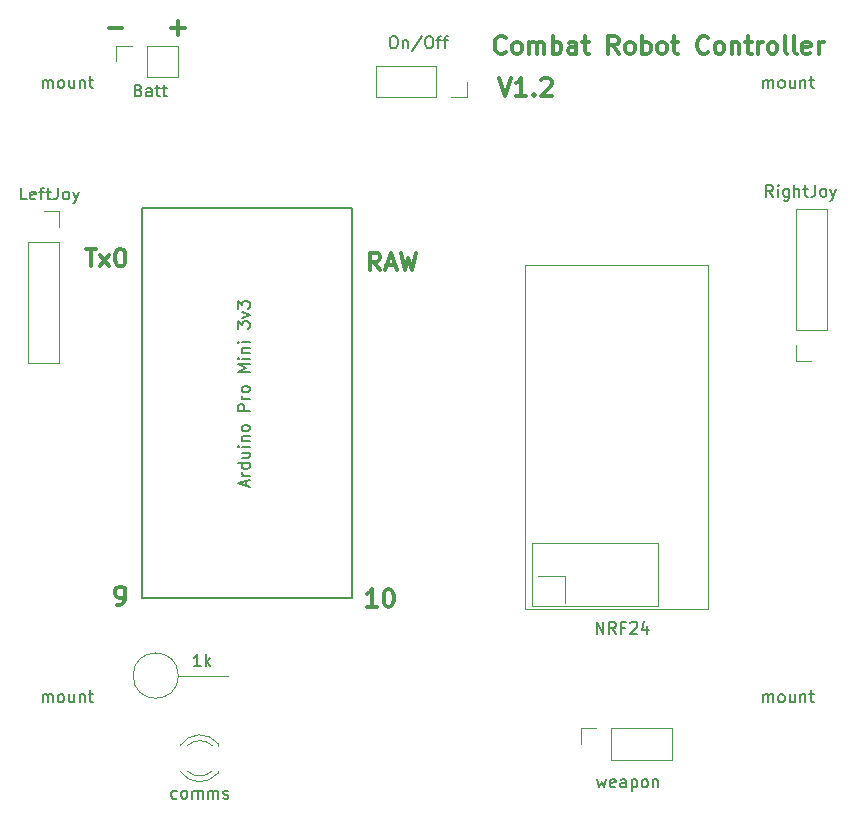
<source format=gbr>
G04 #@! TF.GenerationSoftware,KiCad,Pcbnew,5.1.9+dfsg1-1*
G04 #@! TF.CreationDate,2022-06-21T09:56:44-04:00*
G04 #@! TF.ProjectId,VS_robot_controller,56535f72-6f62-46f7-945f-636f6e74726f,rev?*
G04 #@! TF.SameCoordinates,Original*
G04 #@! TF.FileFunction,Legend,Top*
G04 #@! TF.FilePolarity,Positive*
%FSLAX46Y46*%
G04 Gerber Fmt 4.6, Leading zero omitted, Abs format (unit mm)*
G04 Created by KiCad (PCBNEW 5.1.9+dfsg1-1) date 2022-06-21 09:56:44*
%MOMM*%
%LPD*%
G01*
G04 APERTURE LIST*
%ADD10C,0.300000*%
%ADD11C,0.120000*%
%ADD12C,0.127000*%
%ADD13C,0.150000*%
G04 APERTURE END LIST*
D10*
X178535714Y-41157142D02*
X179678571Y-41157142D01*
X183821428Y-41157142D02*
X184964285Y-41157142D01*
X184392857Y-41728571D02*
X184392857Y-40585714D01*
X211582285Y-45406571D02*
X212082285Y-46906571D01*
X212582285Y-45406571D01*
X213868000Y-46906571D02*
X213010857Y-46906571D01*
X213439428Y-46906571D02*
X213439428Y-45406571D01*
X213296571Y-45620857D01*
X213153714Y-45763714D01*
X213010857Y-45835142D01*
X214510857Y-46763714D02*
X214582285Y-46835142D01*
X214510857Y-46906571D01*
X214439428Y-46835142D01*
X214510857Y-46763714D01*
X214510857Y-46906571D01*
X215153714Y-45549428D02*
X215225142Y-45478000D01*
X215368000Y-45406571D01*
X215725142Y-45406571D01*
X215868000Y-45478000D01*
X215939428Y-45549428D01*
X216010857Y-45692285D01*
X216010857Y-45835142D01*
X215939428Y-46049428D01*
X215082285Y-46906571D01*
X216010857Y-46906571D01*
X212115428Y-43207714D02*
X212044000Y-43279142D01*
X211829714Y-43350571D01*
X211686857Y-43350571D01*
X211472571Y-43279142D01*
X211329714Y-43136285D01*
X211258285Y-42993428D01*
X211186857Y-42707714D01*
X211186857Y-42493428D01*
X211258285Y-42207714D01*
X211329714Y-42064857D01*
X211472571Y-41922000D01*
X211686857Y-41850571D01*
X211829714Y-41850571D01*
X212044000Y-41922000D01*
X212115428Y-41993428D01*
X212972571Y-43350571D02*
X212829714Y-43279142D01*
X212758285Y-43207714D01*
X212686857Y-43064857D01*
X212686857Y-42636285D01*
X212758285Y-42493428D01*
X212829714Y-42422000D01*
X212972571Y-42350571D01*
X213186857Y-42350571D01*
X213329714Y-42422000D01*
X213401142Y-42493428D01*
X213472571Y-42636285D01*
X213472571Y-43064857D01*
X213401142Y-43207714D01*
X213329714Y-43279142D01*
X213186857Y-43350571D01*
X212972571Y-43350571D01*
X214115428Y-43350571D02*
X214115428Y-42350571D01*
X214115428Y-42493428D02*
X214186857Y-42422000D01*
X214329714Y-42350571D01*
X214544000Y-42350571D01*
X214686857Y-42422000D01*
X214758285Y-42564857D01*
X214758285Y-43350571D01*
X214758285Y-42564857D02*
X214829714Y-42422000D01*
X214972571Y-42350571D01*
X215186857Y-42350571D01*
X215329714Y-42422000D01*
X215401142Y-42564857D01*
X215401142Y-43350571D01*
X216115428Y-43350571D02*
X216115428Y-41850571D01*
X216115428Y-42422000D02*
X216258285Y-42350571D01*
X216544000Y-42350571D01*
X216686857Y-42422000D01*
X216758285Y-42493428D01*
X216829714Y-42636285D01*
X216829714Y-43064857D01*
X216758285Y-43207714D01*
X216686857Y-43279142D01*
X216544000Y-43350571D01*
X216258285Y-43350571D01*
X216115428Y-43279142D01*
X218115428Y-43350571D02*
X218115428Y-42564857D01*
X218044000Y-42422000D01*
X217901142Y-42350571D01*
X217615428Y-42350571D01*
X217472571Y-42422000D01*
X218115428Y-43279142D02*
X217972571Y-43350571D01*
X217615428Y-43350571D01*
X217472571Y-43279142D01*
X217401142Y-43136285D01*
X217401142Y-42993428D01*
X217472571Y-42850571D01*
X217615428Y-42779142D01*
X217972571Y-42779142D01*
X218115428Y-42707714D01*
X218615428Y-42350571D02*
X219186857Y-42350571D01*
X218829714Y-41850571D02*
X218829714Y-43136285D01*
X218901142Y-43279142D01*
X219044000Y-43350571D01*
X219186857Y-43350571D01*
X221686857Y-43350571D02*
X221186857Y-42636285D01*
X220829714Y-43350571D02*
X220829714Y-41850571D01*
X221401142Y-41850571D01*
X221544000Y-41922000D01*
X221615428Y-41993428D01*
X221686857Y-42136285D01*
X221686857Y-42350571D01*
X221615428Y-42493428D01*
X221544000Y-42564857D01*
X221401142Y-42636285D01*
X220829714Y-42636285D01*
X222544000Y-43350571D02*
X222401142Y-43279142D01*
X222329714Y-43207714D01*
X222258285Y-43064857D01*
X222258285Y-42636285D01*
X222329714Y-42493428D01*
X222401142Y-42422000D01*
X222544000Y-42350571D01*
X222758285Y-42350571D01*
X222901142Y-42422000D01*
X222972571Y-42493428D01*
X223044000Y-42636285D01*
X223044000Y-43064857D01*
X222972571Y-43207714D01*
X222901142Y-43279142D01*
X222758285Y-43350571D01*
X222544000Y-43350571D01*
X223686857Y-43350571D02*
X223686857Y-41850571D01*
X223686857Y-42422000D02*
X223829714Y-42350571D01*
X224115428Y-42350571D01*
X224258285Y-42422000D01*
X224329714Y-42493428D01*
X224401142Y-42636285D01*
X224401142Y-43064857D01*
X224329714Y-43207714D01*
X224258285Y-43279142D01*
X224115428Y-43350571D01*
X223829714Y-43350571D01*
X223686857Y-43279142D01*
X225258285Y-43350571D02*
X225115428Y-43279142D01*
X225044000Y-43207714D01*
X224972571Y-43064857D01*
X224972571Y-42636285D01*
X225044000Y-42493428D01*
X225115428Y-42422000D01*
X225258285Y-42350571D01*
X225472571Y-42350571D01*
X225615428Y-42422000D01*
X225686857Y-42493428D01*
X225758285Y-42636285D01*
X225758285Y-43064857D01*
X225686857Y-43207714D01*
X225615428Y-43279142D01*
X225472571Y-43350571D01*
X225258285Y-43350571D01*
X226186857Y-42350571D02*
X226758285Y-42350571D01*
X226401142Y-41850571D02*
X226401142Y-43136285D01*
X226472571Y-43279142D01*
X226615428Y-43350571D01*
X226758285Y-43350571D01*
X229258285Y-43207714D02*
X229186857Y-43279142D01*
X228972571Y-43350571D01*
X228829714Y-43350571D01*
X228615428Y-43279142D01*
X228472571Y-43136285D01*
X228401142Y-42993428D01*
X228329714Y-42707714D01*
X228329714Y-42493428D01*
X228401142Y-42207714D01*
X228472571Y-42064857D01*
X228615428Y-41922000D01*
X228829714Y-41850571D01*
X228972571Y-41850571D01*
X229186857Y-41922000D01*
X229258285Y-41993428D01*
X230115428Y-43350571D02*
X229972571Y-43279142D01*
X229901142Y-43207714D01*
X229829714Y-43064857D01*
X229829714Y-42636285D01*
X229901142Y-42493428D01*
X229972571Y-42422000D01*
X230115428Y-42350571D01*
X230329714Y-42350571D01*
X230472571Y-42422000D01*
X230544000Y-42493428D01*
X230615428Y-42636285D01*
X230615428Y-43064857D01*
X230544000Y-43207714D01*
X230472571Y-43279142D01*
X230329714Y-43350571D01*
X230115428Y-43350571D01*
X231258285Y-42350571D02*
X231258285Y-43350571D01*
X231258285Y-42493428D02*
X231329714Y-42422000D01*
X231472571Y-42350571D01*
X231686857Y-42350571D01*
X231829714Y-42422000D01*
X231901142Y-42564857D01*
X231901142Y-43350571D01*
X232401142Y-42350571D02*
X232972571Y-42350571D01*
X232615428Y-41850571D02*
X232615428Y-43136285D01*
X232686857Y-43279142D01*
X232829714Y-43350571D01*
X232972571Y-43350571D01*
X233472571Y-43350571D02*
X233472571Y-42350571D01*
X233472571Y-42636285D02*
X233544000Y-42493428D01*
X233615428Y-42422000D01*
X233758285Y-42350571D01*
X233901142Y-42350571D01*
X234615428Y-43350571D02*
X234472571Y-43279142D01*
X234401142Y-43207714D01*
X234329714Y-43064857D01*
X234329714Y-42636285D01*
X234401142Y-42493428D01*
X234472571Y-42422000D01*
X234615428Y-42350571D01*
X234829714Y-42350571D01*
X234972571Y-42422000D01*
X235044000Y-42493428D01*
X235115428Y-42636285D01*
X235115428Y-43064857D01*
X235044000Y-43207714D01*
X234972571Y-43279142D01*
X234829714Y-43350571D01*
X234615428Y-43350571D01*
X235972571Y-43350571D02*
X235829714Y-43279142D01*
X235758285Y-43136285D01*
X235758285Y-41850571D01*
X236758285Y-43350571D02*
X236615428Y-43279142D01*
X236544000Y-43136285D01*
X236544000Y-41850571D01*
X237901142Y-43279142D02*
X237758285Y-43350571D01*
X237472571Y-43350571D01*
X237329714Y-43279142D01*
X237258285Y-43136285D01*
X237258285Y-42564857D01*
X237329714Y-42422000D01*
X237472571Y-42350571D01*
X237758285Y-42350571D01*
X237901142Y-42422000D01*
X237972571Y-42564857D01*
X237972571Y-42707714D01*
X237258285Y-42850571D01*
X238615428Y-43350571D02*
X238615428Y-42350571D01*
X238615428Y-42636285D02*
X238686857Y-42493428D01*
X238758285Y-42422000D01*
X238901142Y-42350571D01*
X239044000Y-42350571D01*
X176575000Y-59853571D02*
X177432142Y-59853571D01*
X177003571Y-61353571D02*
X177003571Y-59853571D01*
X177789285Y-61353571D02*
X178575000Y-60353571D01*
X177789285Y-60353571D02*
X178575000Y-61353571D01*
X179432142Y-59853571D02*
X179575000Y-59853571D01*
X179717857Y-59925000D01*
X179789285Y-59996428D01*
X179860714Y-60139285D01*
X179932142Y-60425000D01*
X179932142Y-60782142D01*
X179860714Y-61067857D01*
X179789285Y-61210714D01*
X179717857Y-61282142D01*
X179575000Y-61353571D01*
X179432142Y-61353571D01*
X179289285Y-61282142D01*
X179217857Y-61210714D01*
X179146428Y-61067857D01*
X179075000Y-60782142D01*
X179075000Y-60425000D01*
X179146428Y-60139285D01*
X179217857Y-59996428D01*
X179289285Y-59925000D01*
X179432142Y-59853571D01*
X179214285Y-89978571D02*
X179500000Y-89978571D01*
X179642857Y-89907142D01*
X179714285Y-89835714D01*
X179857142Y-89621428D01*
X179928571Y-89335714D01*
X179928571Y-88764285D01*
X179857142Y-88621428D01*
X179785714Y-88550000D01*
X179642857Y-88478571D01*
X179357142Y-88478571D01*
X179214285Y-88550000D01*
X179142857Y-88621428D01*
X179071428Y-88764285D01*
X179071428Y-89121428D01*
X179142857Y-89264285D01*
X179214285Y-89335714D01*
X179357142Y-89407142D01*
X179642857Y-89407142D01*
X179785714Y-89335714D01*
X179857142Y-89264285D01*
X179928571Y-89121428D01*
X201214285Y-90178571D02*
X200357142Y-90178571D01*
X200785714Y-90178571D02*
X200785714Y-88678571D01*
X200642857Y-88892857D01*
X200500000Y-89035714D01*
X200357142Y-89107142D01*
X202142857Y-88678571D02*
X202285714Y-88678571D01*
X202428571Y-88750000D01*
X202500000Y-88821428D01*
X202571428Y-88964285D01*
X202642857Y-89250000D01*
X202642857Y-89607142D01*
X202571428Y-89892857D01*
X202500000Y-90035714D01*
X202428571Y-90107142D01*
X202285714Y-90178571D01*
X202142857Y-90178571D01*
X202000000Y-90107142D01*
X201928571Y-90035714D01*
X201857142Y-89892857D01*
X201785714Y-89607142D01*
X201785714Y-89250000D01*
X201857142Y-88964285D01*
X201928571Y-88821428D01*
X202000000Y-88750000D01*
X202142857Y-88678571D01*
X201464285Y-61678571D02*
X200964285Y-60964285D01*
X200607142Y-61678571D02*
X200607142Y-60178571D01*
X201178571Y-60178571D01*
X201321428Y-60250000D01*
X201392857Y-60321428D01*
X201464285Y-60464285D01*
X201464285Y-60678571D01*
X201392857Y-60821428D01*
X201321428Y-60892857D01*
X201178571Y-60964285D01*
X200607142Y-60964285D01*
X202035714Y-61250000D02*
X202750000Y-61250000D01*
X201892857Y-61678571D02*
X202392857Y-60178571D01*
X202892857Y-61678571D01*
X203250000Y-60178571D02*
X203607142Y-61678571D01*
X203892857Y-60607142D01*
X204178571Y-61678571D01*
X204535714Y-60178571D01*
D11*
X214376000Y-90070000D02*
X214376000Y-84736000D01*
X214376000Y-84736000D02*
X225044000Y-84736000D01*
X225044000Y-84736000D02*
X225044000Y-90070000D01*
X225044000Y-90070000D02*
X225044000Y-90070000D01*
X214884000Y-87530000D02*
X217170000Y-87530000D01*
X217170000Y-87530000D02*
X217170000Y-89816000D01*
X217170000Y-89816000D02*
X217170000Y-89816000D01*
X213800000Y-90400000D02*
X213800000Y-61200000D01*
X213800000Y-61200000D02*
X229250000Y-61200000D01*
X229250000Y-61200000D02*
X229250000Y-90400000D01*
X229250000Y-90400000D02*
X213800000Y-90400000D01*
X213800000Y-90400000D02*
X213800000Y-90400000D01*
X225044000Y-90070000D02*
X214376000Y-90070000D01*
X214376000Y-90070000D02*
X214376000Y-90070000D01*
X238000000Y-69330000D02*
X236670000Y-69330000D01*
X236670000Y-69330000D02*
X236670000Y-68000000D01*
X236670000Y-66730000D02*
X236670000Y-56510000D01*
X239330000Y-56510000D02*
X236670000Y-56510000D01*
X239330000Y-66730000D02*
X239330000Y-56510000D01*
X239330000Y-66730000D02*
X236670000Y-66730000D01*
X187790000Y-104236000D02*
X187790000Y-104080000D01*
X187790000Y-101920000D02*
X187790000Y-101764000D01*
X184557665Y-104078608D02*
G75*
G03*
X187790000Y-104235516I1672335J1078608D01*
G01*
X184557665Y-101921392D02*
G75*
G02*
X187790000Y-101764484I1672335J-1078608D01*
G01*
X185188870Y-104079837D02*
G75*
G03*
X187270961Y-104080000I1041130J1079837D01*
G01*
X185188870Y-101920163D02*
G75*
G02*
X187270961Y-101920000I1041130J-1079837D01*
G01*
X171670000Y-59270000D02*
X174330000Y-59270000D01*
X171670000Y-59270000D02*
X171670000Y-69490000D01*
X171670000Y-69490000D02*
X174330000Y-69490000D01*
X174330000Y-59270000D02*
X174330000Y-69490000D01*
X174330000Y-56670000D02*
X174330000Y-58000000D01*
X173000000Y-56670000D02*
X174330000Y-56670000D01*
X184420000Y-96000000D02*
G75*
G03*
X184420000Y-96000000I-1920000J0D01*
G01*
X184420000Y-96000000D02*
X188620000Y-96000000D01*
X206248000Y-44390000D02*
X206248000Y-47050000D01*
X206248000Y-44390000D02*
X201108000Y-44390000D01*
X201108000Y-44390000D02*
X201108000Y-47050000D01*
X206248000Y-47050000D02*
X201108000Y-47050000D01*
X208848000Y-47050000D02*
X207518000Y-47050000D01*
X208848000Y-45720000D02*
X208848000Y-47050000D01*
X218470000Y-101800000D02*
X218470000Y-100470000D01*
X218470000Y-100470000D02*
X219800000Y-100470000D01*
X221070000Y-100470000D02*
X226210000Y-100470000D01*
X226210000Y-103130000D02*
X226210000Y-100470000D01*
X221070000Y-103130000D02*
X226210000Y-103130000D01*
X221070000Y-103130000D02*
X221070000Y-100470000D01*
X181770000Y-45330000D02*
X181770000Y-42670000D01*
X181770000Y-45330000D02*
X184370000Y-45330000D01*
X184370000Y-45330000D02*
X184370000Y-42670000D01*
X181770000Y-42670000D02*
X184370000Y-42670000D01*
X179170000Y-42670000D02*
X180500000Y-42670000D01*
X179170000Y-44000000D02*
X179170000Y-42670000D01*
D12*
X181356000Y-56388000D02*
X181356000Y-89408000D01*
X181356000Y-89408000D02*
X199136000Y-89408000D01*
X199136000Y-89408000D02*
X199136000Y-56388000D01*
X199136000Y-56388000D02*
X181356000Y-56388000D01*
D13*
X233928571Y-46252380D02*
X233928571Y-45585714D01*
X233928571Y-45680952D02*
X233976190Y-45633333D01*
X234071428Y-45585714D01*
X234214285Y-45585714D01*
X234309523Y-45633333D01*
X234357142Y-45728571D01*
X234357142Y-46252380D01*
X234357142Y-45728571D02*
X234404761Y-45633333D01*
X234500000Y-45585714D01*
X234642857Y-45585714D01*
X234738095Y-45633333D01*
X234785714Y-45728571D01*
X234785714Y-46252380D01*
X235404761Y-46252380D02*
X235309523Y-46204761D01*
X235261904Y-46157142D01*
X235214285Y-46061904D01*
X235214285Y-45776190D01*
X235261904Y-45680952D01*
X235309523Y-45633333D01*
X235404761Y-45585714D01*
X235547619Y-45585714D01*
X235642857Y-45633333D01*
X235690476Y-45680952D01*
X235738095Y-45776190D01*
X235738095Y-46061904D01*
X235690476Y-46157142D01*
X235642857Y-46204761D01*
X235547619Y-46252380D01*
X235404761Y-46252380D01*
X236595238Y-45585714D02*
X236595238Y-46252380D01*
X236166666Y-45585714D02*
X236166666Y-46109523D01*
X236214285Y-46204761D01*
X236309523Y-46252380D01*
X236452380Y-46252380D01*
X236547619Y-46204761D01*
X236595238Y-46157142D01*
X237071428Y-45585714D02*
X237071428Y-46252380D01*
X237071428Y-45680952D02*
X237119047Y-45633333D01*
X237214285Y-45585714D01*
X237357142Y-45585714D01*
X237452380Y-45633333D01*
X237500000Y-45728571D01*
X237500000Y-46252380D01*
X237833333Y-45585714D02*
X238214285Y-45585714D01*
X237976190Y-45252380D02*
X237976190Y-46109523D01*
X238023809Y-46204761D01*
X238119047Y-46252380D01*
X238214285Y-46252380D01*
X172928571Y-46252380D02*
X172928571Y-45585714D01*
X172928571Y-45680952D02*
X172976190Y-45633333D01*
X173071428Y-45585714D01*
X173214285Y-45585714D01*
X173309523Y-45633333D01*
X173357142Y-45728571D01*
X173357142Y-46252380D01*
X173357142Y-45728571D02*
X173404761Y-45633333D01*
X173500000Y-45585714D01*
X173642857Y-45585714D01*
X173738095Y-45633333D01*
X173785714Y-45728571D01*
X173785714Y-46252380D01*
X174404761Y-46252380D02*
X174309523Y-46204761D01*
X174261904Y-46157142D01*
X174214285Y-46061904D01*
X174214285Y-45776190D01*
X174261904Y-45680952D01*
X174309523Y-45633333D01*
X174404761Y-45585714D01*
X174547619Y-45585714D01*
X174642857Y-45633333D01*
X174690476Y-45680952D01*
X174738095Y-45776190D01*
X174738095Y-46061904D01*
X174690476Y-46157142D01*
X174642857Y-46204761D01*
X174547619Y-46252380D01*
X174404761Y-46252380D01*
X175595238Y-45585714D02*
X175595238Y-46252380D01*
X175166666Y-45585714D02*
X175166666Y-46109523D01*
X175214285Y-46204761D01*
X175309523Y-46252380D01*
X175452380Y-46252380D01*
X175547619Y-46204761D01*
X175595238Y-46157142D01*
X176071428Y-45585714D02*
X176071428Y-46252380D01*
X176071428Y-45680952D02*
X176119047Y-45633333D01*
X176214285Y-45585714D01*
X176357142Y-45585714D01*
X176452380Y-45633333D01*
X176500000Y-45728571D01*
X176500000Y-46252380D01*
X176833333Y-45585714D02*
X177214285Y-45585714D01*
X176976190Y-45252380D02*
X176976190Y-46109523D01*
X177023809Y-46204761D01*
X177119047Y-46252380D01*
X177214285Y-46252380D01*
X172928571Y-98252380D02*
X172928571Y-97585714D01*
X172928571Y-97680952D02*
X172976190Y-97633333D01*
X173071428Y-97585714D01*
X173214285Y-97585714D01*
X173309523Y-97633333D01*
X173357142Y-97728571D01*
X173357142Y-98252380D01*
X173357142Y-97728571D02*
X173404761Y-97633333D01*
X173500000Y-97585714D01*
X173642857Y-97585714D01*
X173738095Y-97633333D01*
X173785714Y-97728571D01*
X173785714Y-98252380D01*
X174404761Y-98252380D02*
X174309523Y-98204761D01*
X174261904Y-98157142D01*
X174214285Y-98061904D01*
X174214285Y-97776190D01*
X174261904Y-97680952D01*
X174309523Y-97633333D01*
X174404761Y-97585714D01*
X174547619Y-97585714D01*
X174642857Y-97633333D01*
X174690476Y-97680952D01*
X174738095Y-97776190D01*
X174738095Y-98061904D01*
X174690476Y-98157142D01*
X174642857Y-98204761D01*
X174547619Y-98252380D01*
X174404761Y-98252380D01*
X175595238Y-97585714D02*
X175595238Y-98252380D01*
X175166666Y-97585714D02*
X175166666Y-98109523D01*
X175214285Y-98204761D01*
X175309523Y-98252380D01*
X175452380Y-98252380D01*
X175547619Y-98204761D01*
X175595238Y-98157142D01*
X176071428Y-97585714D02*
X176071428Y-98252380D01*
X176071428Y-97680952D02*
X176119047Y-97633333D01*
X176214285Y-97585714D01*
X176357142Y-97585714D01*
X176452380Y-97633333D01*
X176500000Y-97728571D01*
X176500000Y-98252380D01*
X176833333Y-97585714D02*
X177214285Y-97585714D01*
X176976190Y-97252380D02*
X176976190Y-98109523D01*
X177023809Y-98204761D01*
X177119047Y-98252380D01*
X177214285Y-98252380D01*
X233928571Y-98252380D02*
X233928571Y-97585714D01*
X233928571Y-97680952D02*
X233976190Y-97633333D01*
X234071428Y-97585714D01*
X234214285Y-97585714D01*
X234309523Y-97633333D01*
X234357142Y-97728571D01*
X234357142Y-98252380D01*
X234357142Y-97728571D02*
X234404761Y-97633333D01*
X234500000Y-97585714D01*
X234642857Y-97585714D01*
X234738095Y-97633333D01*
X234785714Y-97728571D01*
X234785714Y-98252380D01*
X235404761Y-98252380D02*
X235309523Y-98204761D01*
X235261904Y-98157142D01*
X235214285Y-98061904D01*
X235214285Y-97776190D01*
X235261904Y-97680952D01*
X235309523Y-97633333D01*
X235404761Y-97585714D01*
X235547619Y-97585714D01*
X235642857Y-97633333D01*
X235690476Y-97680952D01*
X235738095Y-97776190D01*
X235738095Y-98061904D01*
X235690476Y-98157142D01*
X235642857Y-98204761D01*
X235547619Y-98252380D01*
X235404761Y-98252380D01*
X236595238Y-97585714D02*
X236595238Y-98252380D01*
X236166666Y-97585714D02*
X236166666Y-98109523D01*
X236214285Y-98204761D01*
X236309523Y-98252380D01*
X236452380Y-98252380D01*
X236547619Y-98204761D01*
X236595238Y-98157142D01*
X237071428Y-97585714D02*
X237071428Y-98252380D01*
X237071428Y-97680952D02*
X237119047Y-97633333D01*
X237214285Y-97585714D01*
X237357142Y-97585714D01*
X237452380Y-97633333D01*
X237500000Y-97728571D01*
X237500000Y-98252380D01*
X237833333Y-97585714D02*
X238214285Y-97585714D01*
X237976190Y-97252380D02*
X237976190Y-98109523D01*
X238023809Y-98204761D01*
X238119047Y-98252380D01*
X238214285Y-98252380D01*
X219833333Y-92452380D02*
X219833333Y-91452380D01*
X220404761Y-92452380D01*
X220404761Y-91452380D01*
X221452380Y-92452380D02*
X221119047Y-91976190D01*
X220880952Y-92452380D02*
X220880952Y-91452380D01*
X221261904Y-91452380D01*
X221357142Y-91500000D01*
X221404761Y-91547619D01*
X221452380Y-91642857D01*
X221452380Y-91785714D01*
X221404761Y-91880952D01*
X221357142Y-91928571D01*
X221261904Y-91976190D01*
X220880952Y-91976190D01*
X222214285Y-91928571D02*
X221880952Y-91928571D01*
X221880952Y-92452380D02*
X221880952Y-91452380D01*
X222357142Y-91452380D01*
X222690476Y-91547619D02*
X222738095Y-91500000D01*
X222833333Y-91452380D01*
X223071428Y-91452380D01*
X223166666Y-91500000D01*
X223214285Y-91547619D01*
X223261904Y-91642857D01*
X223261904Y-91738095D01*
X223214285Y-91880952D01*
X222642857Y-92452380D01*
X223261904Y-92452380D01*
X224119047Y-91785714D02*
X224119047Y-92452380D01*
X223880952Y-91404761D02*
X223642857Y-92119047D01*
X224261904Y-92119047D01*
X234766666Y-55452380D02*
X234433333Y-54976190D01*
X234195238Y-55452380D02*
X234195238Y-54452380D01*
X234576190Y-54452380D01*
X234671428Y-54500000D01*
X234719047Y-54547619D01*
X234766666Y-54642857D01*
X234766666Y-54785714D01*
X234719047Y-54880952D01*
X234671428Y-54928571D01*
X234576190Y-54976190D01*
X234195238Y-54976190D01*
X235195238Y-55452380D02*
X235195238Y-54785714D01*
X235195238Y-54452380D02*
X235147619Y-54500000D01*
X235195238Y-54547619D01*
X235242857Y-54500000D01*
X235195238Y-54452380D01*
X235195238Y-54547619D01*
X236100000Y-54785714D02*
X236100000Y-55595238D01*
X236052380Y-55690476D01*
X236004761Y-55738095D01*
X235909523Y-55785714D01*
X235766666Y-55785714D01*
X235671428Y-55738095D01*
X236100000Y-55404761D02*
X236004761Y-55452380D01*
X235814285Y-55452380D01*
X235719047Y-55404761D01*
X235671428Y-55357142D01*
X235623809Y-55261904D01*
X235623809Y-54976190D01*
X235671428Y-54880952D01*
X235719047Y-54833333D01*
X235814285Y-54785714D01*
X236004761Y-54785714D01*
X236100000Y-54833333D01*
X236576190Y-55452380D02*
X236576190Y-54452380D01*
X237004761Y-55452380D02*
X237004761Y-54928571D01*
X236957142Y-54833333D01*
X236861904Y-54785714D01*
X236719047Y-54785714D01*
X236623809Y-54833333D01*
X236576190Y-54880952D01*
X237338095Y-54785714D02*
X237719047Y-54785714D01*
X237480952Y-54452380D02*
X237480952Y-55309523D01*
X237528571Y-55404761D01*
X237623809Y-55452380D01*
X237719047Y-55452380D01*
X238338095Y-54452380D02*
X238338095Y-55166666D01*
X238290476Y-55309523D01*
X238195238Y-55404761D01*
X238052380Y-55452380D01*
X237957142Y-55452380D01*
X238957142Y-55452380D02*
X238861904Y-55404761D01*
X238814285Y-55357142D01*
X238766666Y-55261904D01*
X238766666Y-54976190D01*
X238814285Y-54880952D01*
X238861904Y-54833333D01*
X238957142Y-54785714D01*
X239100000Y-54785714D01*
X239195238Y-54833333D01*
X239242857Y-54880952D01*
X239290476Y-54976190D01*
X239290476Y-55261904D01*
X239242857Y-55357142D01*
X239195238Y-55404761D01*
X239100000Y-55452380D01*
X238957142Y-55452380D01*
X239623809Y-54785714D02*
X239861904Y-55452380D01*
X240100000Y-54785714D02*
X239861904Y-55452380D01*
X239766666Y-55690476D01*
X239719047Y-55738095D01*
X239623809Y-55785714D01*
X184277619Y-106364761D02*
X184182380Y-106412380D01*
X183991904Y-106412380D01*
X183896666Y-106364761D01*
X183849047Y-106317142D01*
X183801428Y-106221904D01*
X183801428Y-105936190D01*
X183849047Y-105840952D01*
X183896666Y-105793333D01*
X183991904Y-105745714D01*
X184182380Y-105745714D01*
X184277619Y-105793333D01*
X184849047Y-106412380D02*
X184753809Y-106364761D01*
X184706190Y-106317142D01*
X184658571Y-106221904D01*
X184658571Y-105936190D01*
X184706190Y-105840952D01*
X184753809Y-105793333D01*
X184849047Y-105745714D01*
X184991904Y-105745714D01*
X185087142Y-105793333D01*
X185134761Y-105840952D01*
X185182380Y-105936190D01*
X185182380Y-106221904D01*
X185134761Y-106317142D01*
X185087142Y-106364761D01*
X184991904Y-106412380D01*
X184849047Y-106412380D01*
X185610952Y-106412380D02*
X185610952Y-105745714D01*
X185610952Y-105840952D02*
X185658571Y-105793333D01*
X185753809Y-105745714D01*
X185896666Y-105745714D01*
X185991904Y-105793333D01*
X186039523Y-105888571D01*
X186039523Y-106412380D01*
X186039523Y-105888571D02*
X186087142Y-105793333D01*
X186182380Y-105745714D01*
X186325238Y-105745714D01*
X186420476Y-105793333D01*
X186468095Y-105888571D01*
X186468095Y-106412380D01*
X186944285Y-106412380D02*
X186944285Y-105745714D01*
X186944285Y-105840952D02*
X186991904Y-105793333D01*
X187087142Y-105745714D01*
X187230000Y-105745714D01*
X187325238Y-105793333D01*
X187372857Y-105888571D01*
X187372857Y-106412380D01*
X187372857Y-105888571D02*
X187420476Y-105793333D01*
X187515714Y-105745714D01*
X187658571Y-105745714D01*
X187753809Y-105793333D01*
X187801428Y-105888571D01*
X187801428Y-106412380D01*
X188230000Y-106364761D02*
X188325238Y-106412380D01*
X188515714Y-106412380D01*
X188610952Y-106364761D01*
X188658571Y-106269523D01*
X188658571Y-106221904D01*
X188610952Y-106126666D01*
X188515714Y-106079047D01*
X188372857Y-106079047D01*
X188277619Y-106031428D01*
X188230000Y-105936190D01*
X188230000Y-105888571D01*
X188277619Y-105793333D01*
X188372857Y-105745714D01*
X188515714Y-105745714D01*
X188610952Y-105793333D01*
X171595238Y-55682380D02*
X171119047Y-55682380D01*
X171119047Y-54682380D01*
X172309523Y-55634761D02*
X172214285Y-55682380D01*
X172023809Y-55682380D01*
X171928571Y-55634761D01*
X171880952Y-55539523D01*
X171880952Y-55158571D01*
X171928571Y-55063333D01*
X172023809Y-55015714D01*
X172214285Y-55015714D01*
X172309523Y-55063333D01*
X172357142Y-55158571D01*
X172357142Y-55253809D01*
X171880952Y-55349047D01*
X172642857Y-55015714D02*
X173023809Y-55015714D01*
X172785714Y-55682380D02*
X172785714Y-54825238D01*
X172833333Y-54730000D01*
X172928571Y-54682380D01*
X173023809Y-54682380D01*
X173214285Y-55015714D02*
X173595238Y-55015714D01*
X173357142Y-54682380D02*
X173357142Y-55539523D01*
X173404761Y-55634761D01*
X173500000Y-55682380D01*
X173595238Y-55682380D01*
X174214285Y-54682380D02*
X174214285Y-55396666D01*
X174166666Y-55539523D01*
X174071428Y-55634761D01*
X173928571Y-55682380D01*
X173833333Y-55682380D01*
X174833333Y-55682380D02*
X174738095Y-55634761D01*
X174690476Y-55587142D01*
X174642857Y-55491904D01*
X174642857Y-55206190D01*
X174690476Y-55110952D01*
X174738095Y-55063333D01*
X174833333Y-55015714D01*
X174976190Y-55015714D01*
X175071428Y-55063333D01*
X175119047Y-55110952D01*
X175166666Y-55206190D01*
X175166666Y-55491904D01*
X175119047Y-55587142D01*
X175071428Y-55634761D01*
X174976190Y-55682380D01*
X174833333Y-55682380D01*
X175500000Y-55015714D02*
X175738095Y-55682380D01*
X175976190Y-55015714D02*
X175738095Y-55682380D01*
X175642857Y-55920476D01*
X175595238Y-55968095D01*
X175500000Y-56015714D01*
X186316952Y-95194380D02*
X185745523Y-95194380D01*
X186031238Y-95194380D02*
X186031238Y-94194380D01*
X185936000Y-94337238D01*
X185840761Y-94432476D01*
X185745523Y-94480095D01*
X186745523Y-95194380D02*
X186745523Y-94194380D01*
X186840761Y-94813428D02*
X187126476Y-95194380D01*
X187126476Y-94527714D02*
X186745523Y-94908666D01*
X202557333Y-41870380D02*
X202747809Y-41870380D01*
X202843047Y-41918000D01*
X202938285Y-42013238D01*
X202985904Y-42203714D01*
X202985904Y-42537047D01*
X202938285Y-42727523D01*
X202843047Y-42822761D01*
X202747809Y-42870380D01*
X202557333Y-42870380D01*
X202462095Y-42822761D01*
X202366857Y-42727523D01*
X202319238Y-42537047D01*
X202319238Y-42203714D01*
X202366857Y-42013238D01*
X202462095Y-41918000D01*
X202557333Y-41870380D01*
X203414476Y-42203714D02*
X203414476Y-42870380D01*
X203414476Y-42298952D02*
X203462095Y-42251333D01*
X203557333Y-42203714D01*
X203700190Y-42203714D01*
X203795428Y-42251333D01*
X203843047Y-42346571D01*
X203843047Y-42870380D01*
X205033523Y-41822761D02*
X204176380Y-43108476D01*
X205557333Y-41870380D02*
X205747809Y-41870380D01*
X205843047Y-41918000D01*
X205938285Y-42013238D01*
X205985904Y-42203714D01*
X205985904Y-42537047D01*
X205938285Y-42727523D01*
X205843047Y-42822761D01*
X205747809Y-42870380D01*
X205557333Y-42870380D01*
X205462095Y-42822761D01*
X205366857Y-42727523D01*
X205319238Y-42537047D01*
X205319238Y-42203714D01*
X205366857Y-42013238D01*
X205462095Y-41918000D01*
X205557333Y-41870380D01*
X206271619Y-42203714D02*
X206652571Y-42203714D01*
X206414476Y-42870380D02*
X206414476Y-42013238D01*
X206462095Y-41918000D01*
X206557333Y-41870380D01*
X206652571Y-41870380D01*
X206843047Y-42203714D02*
X207224000Y-42203714D01*
X206985904Y-42870380D02*
X206985904Y-42013238D01*
X207033523Y-41918000D01*
X207128761Y-41870380D01*
X207224000Y-41870380D01*
X219880952Y-104785714D02*
X220071428Y-105452380D01*
X220261904Y-104976190D01*
X220452380Y-105452380D01*
X220642857Y-104785714D01*
X221404761Y-105404761D02*
X221309523Y-105452380D01*
X221119047Y-105452380D01*
X221023809Y-105404761D01*
X220976190Y-105309523D01*
X220976190Y-104928571D01*
X221023809Y-104833333D01*
X221119047Y-104785714D01*
X221309523Y-104785714D01*
X221404761Y-104833333D01*
X221452380Y-104928571D01*
X221452380Y-105023809D01*
X220976190Y-105119047D01*
X222309523Y-105452380D02*
X222309523Y-104928571D01*
X222261904Y-104833333D01*
X222166666Y-104785714D01*
X221976190Y-104785714D01*
X221880952Y-104833333D01*
X222309523Y-105404761D02*
X222214285Y-105452380D01*
X221976190Y-105452380D01*
X221880952Y-105404761D01*
X221833333Y-105309523D01*
X221833333Y-105214285D01*
X221880952Y-105119047D01*
X221976190Y-105071428D01*
X222214285Y-105071428D01*
X222309523Y-105023809D01*
X222785714Y-104785714D02*
X222785714Y-105785714D01*
X222785714Y-104833333D02*
X222880952Y-104785714D01*
X223071428Y-104785714D01*
X223166666Y-104833333D01*
X223214285Y-104880952D01*
X223261904Y-104976190D01*
X223261904Y-105261904D01*
X223214285Y-105357142D01*
X223166666Y-105404761D01*
X223071428Y-105452380D01*
X222880952Y-105452380D01*
X222785714Y-105404761D01*
X223833333Y-105452380D02*
X223738095Y-105404761D01*
X223690476Y-105357142D01*
X223642857Y-105261904D01*
X223642857Y-104976190D01*
X223690476Y-104880952D01*
X223738095Y-104833333D01*
X223833333Y-104785714D01*
X223976190Y-104785714D01*
X224071428Y-104833333D01*
X224119047Y-104880952D01*
X224166666Y-104976190D01*
X224166666Y-105261904D01*
X224119047Y-105357142D01*
X224071428Y-105404761D01*
X223976190Y-105452380D01*
X223833333Y-105452380D01*
X224595238Y-104785714D02*
X224595238Y-105452380D01*
X224595238Y-104880952D02*
X224642857Y-104833333D01*
X224738095Y-104785714D01*
X224880952Y-104785714D01*
X224976190Y-104833333D01*
X225023809Y-104928571D01*
X225023809Y-105452380D01*
X181047619Y-46428571D02*
X181190476Y-46476190D01*
X181238095Y-46523809D01*
X181285714Y-46619047D01*
X181285714Y-46761904D01*
X181238095Y-46857142D01*
X181190476Y-46904761D01*
X181095238Y-46952380D01*
X180714285Y-46952380D01*
X180714285Y-45952380D01*
X181047619Y-45952380D01*
X181142857Y-46000000D01*
X181190476Y-46047619D01*
X181238095Y-46142857D01*
X181238095Y-46238095D01*
X181190476Y-46333333D01*
X181142857Y-46380952D01*
X181047619Y-46428571D01*
X180714285Y-46428571D01*
X182142857Y-46952380D02*
X182142857Y-46428571D01*
X182095238Y-46333333D01*
X182000000Y-46285714D01*
X181809523Y-46285714D01*
X181714285Y-46333333D01*
X182142857Y-46904761D02*
X182047619Y-46952380D01*
X181809523Y-46952380D01*
X181714285Y-46904761D01*
X181666666Y-46809523D01*
X181666666Y-46714285D01*
X181714285Y-46619047D01*
X181809523Y-46571428D01*
X182047619Y-46571428D01*
X182142857Y-46523809D01*
X182476190Y-46285714D02*
X182857142Y-46285714D01*
X182619047Y-45952380D02*
X182619047Y-46809523D01*
X182666666Y-46904761D01*
X182761904Y-46952380D01*
X182857142Y-46952380D01*
X183047619Y-46285714D02*
X183428571Y-46285714D01*
X183190476Y-45952380D02*
X183190476Y-46809523D01*
X183238095Y-46904761D01*
X183333333Y-46952380D01*
X183428571Y-46952380D01*
X190158666Y-79969333D02*
X190158666Y-79493142D01*
X190444380Y-80064571D02*
X189444380Y-79731238D01*
X190444380Y-79397904D01*
X190444380Y-79064571D02*
X189777714Y-79064571D01*
X189968190Y-79064571D02*
X189872952Y-79016952D01*
X189825333Y-78969333D01*
X189777714Y-78874095D01*
X189777714Y-78778857D01*
X190444380Y-78016952D02*
X189444380Y-78016952D01*
X190396761Y-78016952D02*
X190444380Y-78112190D01*
X190444380Y-78302666D01*
X190396761Y-78397904D01*
X190349142Y-78445523D01*
X190253904Y-78493142D01*
X189968190Y-78493142D01*
X189872952Y-78445523D01*
X189825333Y-78397904D01*
X189777714Y-78302666D01*
X189777714Y-78112190D01*
X189825333Y-78016952D01*
X189777714Y-77112190D02*
X190444380Y-77112190D01*
X189777714Y-77540761D02*
X190301523Y-77540761D01*
X190396761Y-77493142D01*
X190444380Y-77397904D01*
X190444380Y-77255047D01*
X190396761Y-77159809D01*
X190349142Y-77112190D01*
X190444380Y-76636000D02*
X189777714Y-76636000D01*
X189444380Y-76636000D02*
X189492000Y-76683619D01*
X189539619Y-76636000D01*
X189492000Y-76588380D01*
X189444380Y-76636000D01*
X189539619Y-76636000D01*
X189777714Y-76159809D02*
X190444380Y-76159809D01*
X189872952Y-76159809D02*
X189825333Y-76112190D01*
X189777714Y-76016952D01*
X189777714Y-75874095D01*
X189825333Y-75778857D01*
X189920571Y-75731238D01*
X190444380Y-75731238D01*
X190444380Y-75112190D02*
X190396761Y-75207428D01*
X190349142Y-75255047D01*
X190253904Y-75302666D01*
X189968190Y-75302666D01*
X189872952Y-75255047D01*
X189825333Y-75207428D01*
X189777714Y-75112190D01*
X189777714Y-74969333D01*
X189825333Y-74874095D01*
X189872952Y-74826476D01*
X189968190Y-74778857D01*
X190253904Y-74778857D01*
X190349142Y-74826476D01*
X190396761Y-74874095D01*
X190444380Y-74969333D01*
X190444380Y-75112190D01*
X190444380Y-73588380D02*
X189444380Y-73588380D01*
X189444380Y-73207428D01*
X189492000Y-73112190D01*
X189539619Y-73064571D01*
X189634857Y-73016952D01*
X189777714Y-73016952D01*
X189872952Y-73064571D01*
X189920571Y-73112190D01*
X189968190Y-73207428D01*
X189968190Y-73588380D01*
X190444380Y-72588380D02*
X189777714Y-72588380D01*
X189968190Y-72588380D02*
X189872952Y-72540761D01*
X189825333Y-72493142D01*
X189777714Y-72397904D01*
X189777714Y-72302666D01*
X190444380Y-71826476D02*
X190396761Y-71921714D01*
X190349142Y-71969333D01*
X190253904Y-72016952D01*
X189968190Y-72016952D01*
X189872952Y-71969333D01*
X189825333Y-71921714D01*
X189777714Y-71826476D01*
X189777714Y-71683619D01*
X189825333Y-71588380D01*
X189872952Y-71540761D01*
X189968190Y-71493142D01*
X190253904Y-71493142D01*
X190349142Y-71540761D01*
X190396761Y-71588380D01*
X190444380Y-71683619D01*
X190444380Y-71826476D01*
X190444380Y-70302666D02*
X189444380Y-70302666D01*
X190158666Y-69969333D01*
X189444380Y-69636000D01*
X190444380Y-69636000D01*
X190444380Y-69159809D02*
X189777714Y-69159809D01*
X189444380Y-69159809D02*
X189492000Y-69207428D01*
X189539619Y-69159809D01*
X189492000Y-69112190D01*
X189444380Y-69159809D01*
X189539619Y-69159809D01*
X189777714Y-68683619D02*
X190444380Y-68683619D01*
X189872952Y-68683619D02*
X189825333Y-68636000D01*
X189777714Y-68540761D01*
X189777714Y-68397904D01*
X189825333Y-68302666D01*
X189920571Y-68255047D01*
X190444380Y-68255047D01*
X190444380Y-67778857D02*
X189777714Y-67778857D01*
X189444380Y-67778857D02*
X189492000Y-67826476D01*
X189539619Y-67778857D01*
X189492000Y-67731238D01*
X189444380Y-67778857D01*
X189539619Y-67778857D01*
X189444380Y-66636000D02*
X189444380Y-66016952D01*
X189825333Y-66350285D01*
X189825333Y-66207428D01*
X189872952Y-66112190D01*
X189920571Y-66064571D01*
X190015809Y-66016952D01*
X190253904Y-66016952D01*
X190349142Y-66064571D01*
X190396761Y-66112190D01*
X190444380Y-66207428D01*
X190444380Y-66493142D01*
X190396761Y-66588380D01*
X190349142Y-66636000D01*
X189777714Y-65683619D02*
X190444380Y-65445523D01*
X189777714Y-65207428D01*
X189444380Y-64921714D02*
X189444380Y-64302666D01*
X189825333Y-64636000D01*
X189825333Y-64493142D01*
X189872952Y-64397904D01*
X189920571Y-64350285D01*
X190015809Y-64302666D01*
X190253904Y-64302666D01*
X190349142Y-64350285D01*
X190396761Y-64397904D01*
X190444380Y-64493142D01*
X190444380Y-64778857D01*
X190396761Y-64874095D01*
X190349142Y-64921714D01*
M02*

</source>
